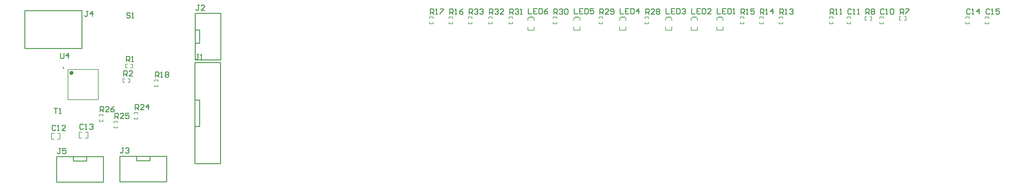
<source format=gto>
G04 Layer_Color=65535*
%FSLAX24Y24*%
%MOIN*%
G70*
G01*
G75*
%ADD29C,0.0236*%
%ADD30C,0.0098*%
%ADD31C,0.0060*%
%ADD32C,0.0079*%
%ADD33C,0.0050*%
%ADD34C,0.0100*%
D29*
X12749Y22919D02*
G03*
X12749Y22919I-118J0D01*
G01*
D30*
X11775Y23500D02*
G03*
X11775Y23500I-49J0D01*
G01*
D31*
X116547Y28526D02*
Y28703D01*
X116153Y28526D02*
X116547D01*
X116153D02*
Y28703D01*
Y29097D02*
Y29274D01*
X116547D01*
Y29097D02*
Y29274D01*
X114347Y28526D02*
Y28703D01*
X113953Y28526D02*
X114347D01*
X113953D02*
Y28703D01*
Y29097D02*
Y29274D01*
X114347D01*
Y29097D02*
Y29274D01*
X104597Y28526D02*
Y28703D01*
X104203Y28526D02*
X104597D01*
X104203D02*
Y28703D01*
Y29097D02*
Y29274D01*
X104597D01*
Y29097D02*
Y29274D01*
X100897Y28526D02*
Y28703D01*
X100503Y28526D02*
X100897D01*
X100503D02*
Y28703D01*
Y29097D02*
Y29274D01*
X100897D01*
Y29097D02*
Y29274D01*
X10364Y15365D02*
X10659D01*
X10364D02*
Y16035D01*
X10659D01*
X11053D02*
X11348D01*
Y15365D02*
Y16035D01*
X11053Y15365D02*
X11348D01*
X13514Y15515D02*
X13809D01*
X13514D02*
Y16185D01*
X13809D01*
X14203D02*
X14498D01*
Y15515D02*
Y16185D01*
X14203Y15515D02*
X14498D01*
X18779Y23503D02*
X18956D01*
X18779D02*
Y23897D01*
X18956D01*
X19350D02*
X19527D01*
Y23503D02*
Y23897D01*
X19350Y23503D02*
X19527D01*
X18479Y21853D02*
X18656D01*
X18479D02*
Y22247D01*
X18656D01*
X19050D02*
X19227D01*
Y21853D02*
Y22247D01*
X19050Y21853D02*
X19227D01*
X106426Y28903D02*
X106603D01*
X106426D02*
Y29297D01*
X106603D01*
X106997D02*
X107174D01*
Y28903D02*
Y29297D01*
X106997Y28903D02*
X107174D01*
X102526D02*
X102703D01*
X102526D02*
Y29297D01*
X102703D01*
X103097D02*
X103274D01*
Y28903D02*
Y29297D01*
X103097Y28903D02*
X103274D01*
X98897Y28526D02*
Y28703D01*
X98503Y28526D02*
X98897D01*
X98503D02*
Y28703D01*
Y29097D02*
Y29274D01*
X98897D01*
Y29097D02*
Y29274D01*
X93197Y28526D02*
Y28703D01*
X92803Y28526D02*
X93197D01*
X92803D02*
Y28703D01*
Y29097D02*
Y29274D01*
X93197D01*
Y29097D02*
Y29274D01*
X90997Y28526D02*
Y28703D01*
X90603Y28526D02*
X90997D01*
X90603D02*
Y28703D01*
Y29097D02*
Y29274D01*
X90997D01*
Y29097D02*
Y29274D01*
X88797Y28526D02*
Y28703D01*
X88403Y28526D02*
X88797D01*
X88403D02*
Y28703D01*
Y29097D02*
Y29274D01*
X88797D01*
Y29097D02*
Y29274D01*
X55797Y28526D02*
Y28703D01*
X55403Y28526D02*
X55797D01*
X55403D02*
Y28703D01*
Y29097D02*
Y29274D01*
X55797D01*
Y29097D02*
Y29274D01*
X53597Y28526D02*
Y28703D01*
X53203Y28526D02*
X53597D01*
X53203D02*
Y28703D01*
Y29097D02*
Y29274D01*
X53597D01*
Y29097D02*
Y29274D01*
X22447Y21373D02*
Y21550D01*
X22053Y21373D02*
X22447D01*
X22053D02*
Y21550D01*
Y21944D02*
Y22121D01*
X22447D01*
Y21944D02*
Y22121D01*
X20147Y17673D02*
Y17850D01*
X19753Y17673D02*
X20147D01*
X19753D02*
Y17850D01*
Y18244D02*
Y18421D01*
X20147D01*
Y18244D02*
Y18421D01*
X17847Y16676D02*
Y16853D01*
X17453Y16676D02*
X17847D01*
X17453D02*
Y16853D01*
Y17247D02*
Y17424D01*
X17847D01*
Y17247D02*
Y17424D01*
X16197Y17423D02*
Y17600D01*
X15803Y17423D02*
X16197D01*
X15803D02*
Y17600D01*
Y17994D02*
Y18171D01*
X16197D01*
Y17994D02*
Y18171D01*
X77997Y28526D02*
Y28703D01*
X77603Y28526D02*
X77997D01*
X77603D02*
Y28703D01*
Y29097D02*
Y29274D01*
X77997D01*
Y29097D02*
Y29274D01*
X72797Y28526D02*
Y28703D01*
X72403Y28526D02*
X72797D01*
X72403D02*
Y28703D01*
Y29097D02*
Y29274D01*
X72797D01*
Y29097D02*
Y29274D01*
X67597Y28526D02*
Y28703D01*
X67203Y28526D02*
X67597D01*
X67203D02*
Y28703D01*
Y29097D02*
Y29274D01*
X67597D01*
Y29097D02*
Y29274D01*
X62597Y28526D02*
Y28703D01*
X62203Y28526D02*
X62597D01*
X62203D02*
Y28703D01*
Y29097D02*
Y29274D01*
X62597D01*
Y29097D02*
Y29274D01*
X60297Y28526D02*
Y28703D01*
X59903Y28526D02*
X60297D01*
X59903D02*
Y28703D01*
Y29097D02*
Y29274D01*
X60297D01*
Y29097D02*
Y29274D01*
X57997Y28526D02*
Y28703D01*
X57603Y28526D02*
X57997D01*
X57603D02*
Y28703D01*
Y29097D02*
Y29274D01*
X57997D01*
Y29097D02*
Y29274D01*
D32*
X12237Y19887D02*
X15663D01*
X12237Y23313D02*
X15663D01*
Y19887D02*
Y23313D01*
X12237Y19887D02*
Y23313D01*
D33*
X85860Y29230D02*
X86340D01*
X86450Y28875D02*
Y29120D01*
X85750Y27775D02*
X86450D01*
Y28175D01*
X85750Y28875D02*
Y29120D01*
Y27775D02*
Y28175D01*
Y29120D02*
X85900Y29270D01*
X86300D01*
X86450Y29120D01*
X82960Y29230D02*
X83440D01*
X83550Y28875D02*
Y29120D01*
X82850Y27775D02*
X83550D01*
Y28175D01*
X82850Y28875D02*
Y29120D01*
Y27775D02*
Y28175D01*
Y29120D02*
X83000Y29270D01*
X83400D01*
X83550Y29120D01*
X80060Y29230D02*
X80540D01*
X80650Y28875D02*
Y29120D01*
X79950Y27775D02*
X80650D01*
Y28175D01*
X79950Y28875D02*
Y29120D01*
Y27775D02*
Y28175D01*
Y29120D02*
X80100Y29270D01*
X80500D01*
X80650Y29120D01*
X74860Y29230D02*
X75340D01*
X75450Y28875D02*
Y29120D01*
X74750Y27775D02*
X75450D01*
Y28175D01*
X74750Y28875D02*
Y29120D01*
Y27775D02*
Y28175D01*
Y29120D02*
X74900Y29270D01*
X75300D01*
X75450Y29120D01*
X69660Y29230D02*
X70140D01*
X70250Y28875D02*
Y29120D01*
X69550Y27775D02*
X70250D01*
Y28175D01*
X69550Y28875D02*
Y29120D01*
Y27775D02*
Y28175D01*
Y29120D02*
X69700Y29270D01*
X70100D01*
X70250Y29120D01*
X64460Y29230D02*
X64940D01*
X65050Y28875D02*
Y29120D01*
X64350Y27775D02*
X65050D01*
Y28175D01*
X64350Y28875D02*
Y29120D01*
Y27775D02*
Y28175D01*
Y29120D02*
X64500Y29270D01*
X64900D01*
X65050Y29120D01*
D34*
X7350Y25700D02*
X13800D01*
X7350D02*
Y30000D01*
X13800D01*
Y25700D02*
Y30000D01*
X26650Y24400D02*
X29550D01*
Y29700D01*
X26650D02*
X29550D01*
X26650Y24400D02*
Y29700D01*
Y26300D02*
X27150D01*
Y27800D01*
X26650D02*
X27150D01*
X18100Y10550D02*
Y13450D01*
Y10550D02*
X23400D01*
Y13450D01*
X18100D02*
X23400D01*
X20000Y12950D02*
Y13450D01*
Y12950D02*
X21500D01*
Y13450D01*
X10950Y10500D02*
Y13400D01*
Y10500D02*
X16250D01*
Y13400D01*
X10950D02*
X16250D01*
X12850Y12900D02*
Y13400D01*
Y12900D02*
X14350D01*
Y13400D01*
X26600Y12600D02*
Y24100D01*
X29500D01*
X26600Y12600D02*
X29500D01*
Y24100D01*
X26600Y19850D02*
X27150D01*
Y16850D02*
Y19850D01*
X26600Y16850D02*
X27150D01*
X14519Y29950D02*
X14319D01*
X14419D01*
Y29450D01*
X14319Y29350D01*
X14219D01*
X14119Y29450D01*
X15019Y29350D02*
Y29950D01*
X14719Y29650D01*
X15119D01*
X11375Y25175D02*
Y24675D01*
X11475Y24575D01*
X11675D01*
X11775Y24675D01*
Y25175D01*
X12275Y24575D02*
Y25175D01*
X11975Y24875D01*
X12375D01*
X10651Y18907D02*
X11051D01*
X10851D01*
Y18307D01*
X11251D02*
X11451D01*
X11351D01*
Y18907D01*
X11251Y18807D01*
X19260Y29670D02*
X19160Y29770D01*
X18960D01*
X18860Y29670D01*
Y29570D01*
X18960Y29470D01*
X19160D01*
X19260Y29370D01*
Y29270D01*
X19160Y29170D01*
X18960D01*
X18860Y29270D01*
X19460Y29170D02*
X19660D01*
X19560D01*
Y29770D01*
X19460Y29670D01*
X57675Y29605D02*
Y30205D01*
X57975D01*
X58075Y30105D01*
Y29905D01*
X57975Y29805D01*
X57675D01*
X57875D02*
X58075Y29605D01*
X58275Y30105D02*
X58375Y30205D01*
X58575D01*
X58675Y30105D01*
Y30005D01*
X58575Y29905D01*
X58475D01*
X58575D01*
X58675Y29805D01*
Y29705D01*
X58575Y29605D01*
X58375D01*
X58275Y29705D01*
X58875Y30105D02*
X58975Y30205D01*
X59175D01*
X59274Y30105D01*
Y30005D01*
X59175Y29905D01*
X59075D01*
X59175D01*
X59274Y29805D01*
Y29705D01*
X59175Y29605D01*
X58975D01*
X58875Y29705D01*
X59975Y29605D02*
Y30205D01*
X60275D01*
X60375Y30105D01*
Y29905D01*
X60275Y29805D01*
X59975D01*
X60175D02*
X60375Y29605D01*
X60575Y30105D02*
X60675Y30205D01*
X60875D01*
X60975Y30105D01*
Y30005D01*
X60875Y29905D01*
X60775D01*
X60875D01*
X60975Y29805D01*
Y29705D01*
X60875Y29605D01*
X60675D01*
X60575Y29705D01*
X61574Y29605D02*
X61175D01*
X61574Y30005D01*
Y30105D01*
X61475Y30205D01*
X61275D01*
X61175Y30105D01*
X62275Y29605D02*
Y30205D01*
X62575D01*
X62675Y30105D01*
Y29905D01*
X62575Y29805D01*
X62275D01*
X62475D02*
X62675Y29605D01*
X62875Y30105D02*
X62975Y30205D01*
X63175D01*
X63275Y30105D01*
Y30005D01*
X63175Y29905D01*
X63075D01*
X63175D01*
X63275Y29805D01*
Y29705D01*
X63175Y29605D01*
X62975D01*
X62875Y29705D01*
X63475Y29605D02*
X63675D01*
X63575D01*
Y30205D01*
X63475Y30105D01*
X67275Y29605D02*
Y30205D01*
X67575D01*
X67675Y30105D01*
Y29905D01*
X67575Y29805D01*
X67275D01*
X67475D02*
X67675Y29605D01*
X67875Y30105D02*
X67975Y30205D01*
X68175D01*
X68275Y30105D01*
Y30005D01*
X68175Y29905D01*
X68075D01*
X68175D01*
X68275Y29805D01*
Y29705D01*
X68175Y29605D01*
X67975D01*
X67875Y29705D01*
X68475Y30105D02*
X68575Y30205D01*
X68775D01*
X68874Y30105D01*
Y29705D01*
X68775Y29605D01*
X68575D01*
X68475Y29705D01*
Y30105D01*
X72475Y29605D02*
Y30205D01*
X72775D01*
X72875Y30105D01*
Y29905D01*
X72775Y29805D01*
X72475D01*
X72675D02*
X72875Y29605D01*
X73475D02*
X73075D01*
X73475Y30005D01*
Y30105D01*
X73375Y30205D01*
X73175D01*
X73075Y30105D01*
X73675Y29705D02*
X73775Y29605D01*
X73975D01*
X74074Y29705D01*
Y30105D01*
X73975Y30205D01*
X73775D01*
X73675Y30105D01*
Y30005D01*
X73775Y29905D01*
X74074D01*
X77675Y29605D02*
Y30205D01*
X77975D01*
X78075Y30105D01*
Y29905D01*
X77975Y29805D01*
X77675D01*
X77875D02*
X78075Y29605D01*
X78675D02*
X78275D01*
X78675Y30005D01*
Y30105D01*
X78575Y30205D01*
X78375D01*
X78275Y30105D01*
X78875D02*
X78975Y30205D01*
X79175D01*
X79274Y30105D01*
Y30005D01*
X79175Y29905D01*
X79274Y29805D01*
Y29705D01*
X79175Y29605D01*
X78975D01*
X78875Y29705D01*
Y29805D01*
X78975Y29905D01*
X78875Y30005D01*
Y30105D01*
X78975Y29905D02*
X79175D01*
X15875Y18502D02*
Y19102D01*
X16175D01*
X16275Y19002D01*
Y18802D01*
X16175Y18702D01*
X15875D01*
X16075D02*
X16275Y18502D01*
X16875D02*
X16475D01*
X16875Y18902D01*
Y19002D01*
X16775Y19102D01*
X16575D01*
X16475Y19002D01*
X17474Y19102D02*
X17275Y19002D01*
X17075Y18802D01*
Y18602D01*
X17175Y18502D01*
X17375D01*
X17474Y18602D01*
Y18702D01*
X17375Y18802D01*
X17075D01*
X17525Y17755D02*
Y18355D01*
X17825D01*
X17925Y18255D01*
Y18055D01*
X17825Y17955D01*
X17525D01*
X17725D02*
X17925Y17755D01*
X18525D02*
X18125D01*
X18525Y18155D01*
Y18255D01*
X18425Y18355D01*
X18225D01*
X18125Y18255D01*
X19124Y18355D02*
X18725D01*
Y18055D01*
X18925Y18155D01*
X19025D01*
X19124Y18055D01*
Y17855D01*
X19025Y17755D01*
X18825D01*
X18725Y17855D01*
X19825Y18752D02*
Y19352D01*
X20125D01*
X20225Y19252D01*
Y19052D01*
X20125Y18952D01*
X19825D01*
X20025D02*
X20225Y18752D01*
X20825D02*
X20425D01*
X20825Y19152D01*
Y19252D01*
X20725Y19352D01*
X20525D01*
X20425Y19252D01*
X21325Y18752D02*
Y19352D01*
X21025Y19052D01*
X21424D01*
X22125Y22452D02*
Y23052D01*
X22425D01*
X22525Y22952D01*
Y22752D01*
X22425Y22652D01*
X22125D01*
X22325D02*
X22525Y22452D01*
X22725D02*
X22925D01*
X22825D01*
Y23052D01*
X22725Y22952D01*
X23225D02*
X23325Y23052D01*
X23525D01*
X23625Y22952D01*
Y22852D01*
X23525Y22752D01*
X23625Y22652D01*
Y22552D01*
X23525Y22452D01*
X23325D01*
X23225Y22552D01*
Y22652D01*
X23325Y22752D01*
X23225Y22852D01*
Y22952D01*
X23325Y22752D02*
X23525D01*
X53275Y29605D02*
Y30205D01*
X53575D01*
X53675Y30105D01*
Y29905D01*
X53575Y29805D01*
X53275D01*
X53475D02*
X53675Y29605D01*
X53875D02*
X54075D01*
X53975D01*
Y30205D01*
X53875Y30105D01*
X54375Y30205D02*
X54775D01*
Y30105D01*
X54375Y29705D01*
Y29605D01*
X55475D02*
Y30205D01*
X55775D01*
X55875Y30105D01*
Y29905D01*
X55775Y29805D01*
X55475D01*
X55675D02*
X55875Y29605D01*
X56075D02*
X56275D01*
X56175D01*
Y30205D01*
X56075Y30105D01*
X56975Y30205D02*
X56775Y30105D01*
X56575Y29905D01*
Y29705D01*
X56675Y29605D01*
X56875D01*
X56975Y29705D01*
Y29805D01*
X56875Y29905D01*
X56575D01*
X88475Y29605D02*
Y30205D01*
X88775D01*
X88875Y30105D01*
Y29905D01*
X88775Y29805D01*
X88475D01*
X88675D02*
X88875Y29605D01*
X89075D02*
X89275D01*
X89175D01*
Y30205D01*
X89075Y30105D01*
X89975Y30205D02*
X89575D01*
Y29905D01*
X89775Y30005D01*
X89875D01*
X89975Y29905D01*
Y29705D01*
X89875Y29605D01*
X89675D01*
X89575Y29705D01*
X90675Y29605D02*
Y30205D01*
X90975D01*
X91075Y30105D01*
Y29905D01*
X90975Y29805D01*
X90675D01*
X90875D02*
X91075Y29605D01*
X91275D02*
X91475D01*
X91375D01*
Y30205D01*
X91275Y30105D01*
X92075Y29605D02*
Y30205D01*
X91775Y29905D01*
X92175D01*
X92875Y29605D02*
Y30205D01*
X93175D01*
X93275Y30105D01*
Y29905D01*
X93175Y29805D01*
X92875D01*
X93075D02*
X93275Y29605D01*
X93475D02*
X93675D01*
X93575D01*
Y30205D01*
X93475Y30105D01*
X93975D02*
X94075Y30205D01*
X94275D01*
X94375Y30105D01*
Y30005D01*
X94275Y29905D01*
X94175D01*
X94275D01*
X94375Y29805D01*
Y29705D01*
X94275Y29605D01*
X94075D01*
X93975Y29705D01*
X98575Y29605D02*
Y30205D01*
X98875D01*
X98975Y30105D01*
Y29905D01*
X98875Y29805D01*
X98575D01*
X98775D02*
X98975Y29605D01*
X99175D02*
X99375D01*
X99275D01*
Y30205D01*
X99175Y30105D01*
X99675Y29605D02*
X99875D01*
X99775D01*
Y30205D01*
X99675Y30105D01*
X102595Y29625D02*
Y30225D01*
X102895D01*
X102995Y30125D01*
Y29925D01*
X102895Y29825D01*
X102595D01*
X102795D02*
X102995Y29625D01*
X103195Y30125D02*
X103295Y30225D01*
X103495D01*
X103595Y30125D01*
Y30025D01*
X103495Y29925D01*
X103595Y29825D01*
Y29725D01*
X103495Y29625D01*
X103295D01*
X103195Y29725D01*
Y29825D01*
X103295Y29925D01*
X103195Y30025D01*
Y30125D01*
X103295Y29925D02*
X103495D01*
X106495Y29625D02*
Y30225D01*
X106795D01*
X106895Y30125D01*
Y29925D01*
X106795Y29825D01*
X106495D01*
X106695D02*
X106895Y29625D01*
X107095Y30225D02*
X107495D01*
Y30125D01*
X107095Y29725D01*
Y29625D01*
X18548Y22575D02*
Y23175D01*
X18848D01*
X18948Y23075D01*
Y22875D01*
X18848Y22775D01*
X18548D01*
X18748D02*
X18948Y22575D01*
X19548D02*
X19148D01*
X19548Y22975D01*
Y23075D01*
X19448Y23175D01*
X19248D01*
X19148Y23075D01*
X18848Y24225D02*
Y24825D01*
X19148D01*
X19248Y24725D01*
Y24525D01*
X19148Y24425D01*
X18848D01*
X19048D02*
X19248Y24225D01*
X19448D02*
X19648D01*
X19548D01*
Y24825D01*
X19448Y24725D01*
X64385Y30245D02*
Y29645D01*
X64785D01*
X65385Y30245D02*
X64985D01*
Y29645D01*
X65385D01*
X64985Y29945D02*
X65185D01*
X65585Y30245D02*
Y29645D01*
X65885D01*
X65984Y29745D01*
Y30145D01*
X65885Y30245D01*
X65585D01*
X66584D02*
X66384Y30145D01*
X66184Y29945D01*
Y29745D01*
X66284Y29645D01*
X66484D01*
X66584Y29745D01*
Y29845D01*
X66484Y29945D01*
X66184D01*
X69585Y30245D02*
Y29645D01*
X69985D01*
X70585Y30245D02*
X70185D01*
Y29645D01*
X70585D01*
X70185Y29945D02*
X70385D01*
X70785Y30245D02*
Y29645D01*
X71085D01*
X71184Y29745D01*
Y30145D01*
X71085Y30245D01*
X70785D01*
X71784D02*
X71384D01*
Y29945D01*
X71584Y30045D01*
X71684D01*
X71784Y29945D01*
Y29745D01*
X71684Y29645D01*
X71484D01*
X71384Y29745D01*
X74785Y30245D02*
Y29645D01*
X75185D01*
X75785Y30245D02*
X75385D01*
Y29645D01*
X75785D01*
X75385Y29945D02*
X75585D01*
X75985Y30245D02*
Y29645D01*
X76285D01*
X76384Y29745D01*
Y30145D01*
X76285Y30245D01*
X75985D01*
X76884Y29645D02*
Y30245D01*
X76584Y29945D01*
X76984D01*
X79985Y30245D02*
Y29645D01*
X80385D01*
X80985Y30245D02*
X80585D01*
Y29645D01*
X80985D01*
X80585Y29945D02*
X80785D01*
X81185Y30245D02*
Y29645D01*
X81485D01*
X81584Y29745D01*
Y30145D01*
X81485Y30245D01*
X81185D01*
X81784Y30145D02*
X81884Y30245D01*
X82084D01*
X82184Y30145D01*
Y30045D01*
X82084Y29945D01*
X81984D01*
X82084D01*
X82184Y29845D01*
Y29745D01*
X82084Y29645D01*
X81884D01*
X81784Y29745D01*
X82885Y30245D02*
Y29645D01*
X83285D01*
X83885Y30245D02*
X83485D01*
Y29645D01*
X83885D01*
X83485Y29945D02*
X83685D01*
X84085Y30245D02*
Y29645D01*
X84385D01*
X84484Y29745D01*
Y30145D01*
X84385Y30245D01*
X84085D01*
X85084Y29645D02*
X84684D01*
X85084Y30045D01*
Y30145D01*
X84984Y30245D01*
X84784D01*
X84684Y30145D01*
X85785Y30245D02*
Y29645D01*
X86185D01*
X86785Y30245D02*
X86385D01*
Y29645D01*
X86785D01*
X86385Y29945D02*
X86585D01*
X86985Y30245D02*
Y29645D01*
X87285D01*
X87384Y29745D01*
Y30145D01*
X87285Y30245D01*
X86985D01*
X87584Y29645D02*
X87784D01*
X87684D01*
Y30245D01*
X87584Y30145D01*
X11400Y14350D02*
X11200D01*
X11300D01*
Y13850D01*
X11200Y13750D01*
X11100D01*
X11000Y13850D01*
X12000Y14350D02*
X11600D01*
Y14050D01*
X11800Y14150D01*
X11900D01*
X12000Y14050D01*
Y13850D01*
X11900Y13750D01*
X11700D01*
X11600Y13850D01*
X18550Y14400D02*
X18350D01*
X18450D01*
Y13900D01*
X18350Y13800D01*
X18250D01*
X18150Y13900D01*
X18750Y14300D02*
X18850Y14400D01*
X19050D01*
X19150Y14300D01*
Y14200D01*
X19050Y14100D01*
X18950D01*
X19050D01*
X19150Y14000D01*
Y13900D01*
X19050Y13800D01*
X18850D01*
X18750Y13900D01*
X27095Y30655D02*
X26895D01*
X26995D01*
Y30155D01*
X26895Y30055D01*
X26795D01*
X26695Y30155D01*
X27695Y30055D02*
X27295D01*
X27695Y30455D01*
Y30555D01*
X27595Y30655D01*
X27395D01*
X27295Y30555D01*
X27045Y25055D02*
X26845D01*
X26945D01*
Y24555D01*
X26845Y24455D01*
X26745D01*
X26645Y24555D01*
X27245Y24455D02*
X27445D01*
X27345D01*
Y25055D01*
X27245Y24955D01*
X116625Y30105D02*
X116525Y30205D01*
X116325D01*
X116225Y30105D01*
Y29705D01*
X116325Y29605D01*
X116525D01*
X116625Y29705D01*
X116825Y29605D02*
X117025D01*
X116925D01*
Y30205D01*
X116825Y30105D01*
X117725Y30205D02*
X117325D01*
Y29905D01*
X117525Y30005D01*
X117625D01*
X117725Y29905D01*
Y29705D01*
X117625Y29605D01*
X117425D01*
X117325Y29705D01*
X114425Y30105D02*
X114325Y30205D01*
X114125D01*
X114025Y30105D01*
Y29705D01*
X114125Y29605D01*
X114325D01*
X114425Y29705D01*
X114625Y29605D02*
X114825D01*
X114725D01*
Y30205D01*
X114625Y30105D01*
X115425Y29605D02*
Y30205D01*
X115125Y29905D01*
X115525D01*
X13981Y17015D02*
X13881Y17115D01*
X13681D01*
X13581Y17015D01*
Y16615D01*
X13681Y16515D01*
X13881D01*
X13981Y16615D01*
X14181Y16515D02*
X14381D01*
X14281D01*
Y17115D01*
X14181Y17015D01*
X14681D02*
X14781Y17115D01*
X14980D01*
X15080Y17015D01*
Y16915D01*
X14980Y16815D01*
X14880D01*
X14980D01*
X15080Y16715D01*
Y16615D01*
X14980Y16515D01*
X14781D01*
X14681Y16615D01*
X10831Y16865D02*
X10731Y16965D01*
X10531D01*
X10431Y16865D01*
Y16465D01*
X10531Y16365D01*
X10731D01*
X10831Y16465D01*
X11031Y16365D02*
X11231D01*
X11131D01*
Y16965D01*
X11031Y16865D01*
X11930Y16365D02*
X11531D01*
X11930Y16765D01*
Y16865D01*
X11830Y16965D01*
X11631D01*
X11531Y16865D01*
X100975Y30105D02*
X100875Y30205D01*
X100675D01*
X100575Y30105D01*
Y29705D01*
X100675Y29605D01*
X100875D01*
X100975Y29705D01*
X101175Y29605D02*
X101375D01*
X101275D01*
Y30205D01*
X101175Y30105D01*
X101675Y29605D02*
X101875D01*
X101775D01*
Y30205D01*
X101675Y30105D01*
X104675D02*
X104575Y30205D01*
X104375D01*
X104275Y30105D01*
Y29705D01*
X104375Y29605D01*
X104575D01*
X104675Y29705D01*
X104875Y29605D02*
X105075D01*
X104975D01*
Y30205D01*
X104875Y30105D01*
X105375D02*
X105475Y30205D01*
X105675D01*
X105775Y30105D01*
Y29705D01*
X105675Y29605D01*
X105475D01*
X105375Y29705D01*
Y30105D01*
M02*

</source>
